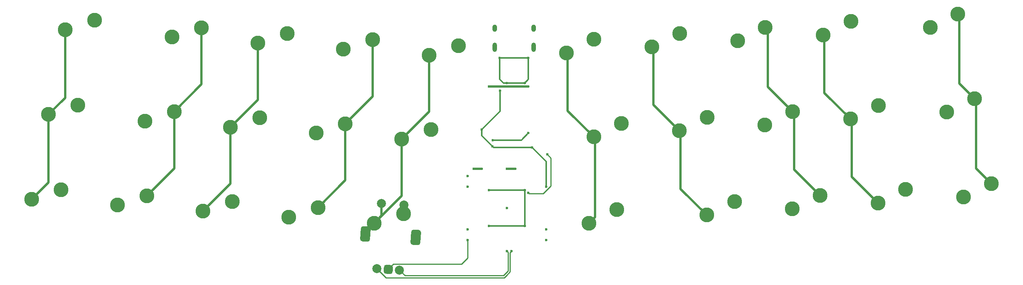
<source format=gbr>
%TF.GenerationSoftware,KiCad,Pcbnew,8.0.3*%
%TF.CreationDate,2024-09-04T22:14:08+02:00*%
%TF.ProjectId,peanut,7065616e-7574-42e6-9b69-6361645f7063,rev?*%
%TF.SameCoordinates,Original*%
%TF.FileFunction,Copper,L1,Top*%
%TF.FilePolarity,Positive*%
%FSLAX46Y46*%
G04 Gerber Fmt 4.6, Leading zero omitted, Abs format (unit mm)*
G04 Created by KiCad (PCBNEW 8.0.3) date 2024-09-04 22:14:08*
%MOMM*%
%LPD*%
G01*
G04 APERTURE LIST*
G04 Aperture macros list*
%AMRoundRect*
0 Rectangle with rounded corners*
0 $1 Rounding radius*
0 $2 $3 $4 $5 $6 $7 $8 $9 X,Y pos of 4 corners*
0 Add a 4 corners polygon primitive as box body*
4,1,4,$2,$3,$4,$5,$6,$7,$8,$9,$2,$3,0*
0 Add four circle primitives for the rounded corners*
1,1,$1+$1,$2,$3*
1,1,$1+$1,$4,$5*
1,1,$1+$1,$6,$7*
1,1,$1+$1,$8,$9*
0 Add four rect primitives between the rounded corners*
20,1,$1+$1,$2,$3,$4,$5,0*
20,1,$1+$1,$4,$5,$6,$7,0*
20,1,$1+$1,$6,$7,$8,$9,0*
20,1,$1+$1,$8,$9,$2,$3,0*%
G04 Aperture macros list end*
%TA.AperFunction,ComponentPad*%
%ADD10C,2.000000*%
%TD*%
%TA.AperFunction,ComponentPad*%
%ADD11RoundRect,0.500000X0.463904X-0.533660X0.533660X0.463904X-0.463904X0.533660X-0.533660X-0.463904X0*%
%TD*%
%TA.AperFunction,ComponentPad*%
%ADD12RoundRect,0.550000X0.468440X-1.185565X0.628880X1.108833X-0.468440X1.185565X-0.628880X-1.108833X0*%
%TD*%
%TA.AperFunction,ComponentPad*%
%ADD13C,3.300000*%
%TD*%
%TA.AperFunction,ComponentPad*%
%ADD14O,1.000000X1.600000*%
%TD*%
%TA.AperFunction,ComponentPad*%
%ADD15O,1.000000X2.100000*%
%TD*%
%TA.AperFunction,ViaPad*%
%ADD16C,0.600000*%
%TD*%
%TA.AperFunction,Conductor*%
%ADD17C,0.500000*%
%TD*%
%TA.AperFunction,Conductor*%
%ADD18C,0.250000*%
%TD*%
%TA.AperFunction,Conductor*%
%ADD19C,0.350000*%
%TD*%
G04 APERTURE END LIST*
D10*
%TO.P,SW1,A,A*%
%TO.N,ROT_a*%
X125141422Y-98389663D03*
%TO.P,SW1,B,B*%
%TO.N,ROT_b*%
X130129243Y-98738444D03*
D11*
%TO.P,SW1,C,C*%
%TO.N,GND*%
X127635333Y-98564053D03*
D12*
%TO.P,SW1,MP*%
%TO.N,N/C*%
X122572147Y-90691686D03*
X133744865Y-91472960D03*
D10*
%TO.P,SW1,S1,S1*%
%TO.N,s1*%
X131140712Y-84273765D03*
%TO.P,SW1,S2,S2*%
%TO.N,COL4*%
X126152892Y-83924984D03*
%TD*%
D13*
%TO.P,MX19,1,1*%
%TO.N,COL8*%
X230261568Y-65127061D03*
%TO.P,MX19,2,2*%
%TO.N,Net-(D13-A1)*%
X236418915Y-62150295D03*
%TD*%
%TO.P,MX14,1,1*%
%TO.N,Net-(D4-A2)*%
X111611133Y-68282496D03*
%TO.P,MX14,2,2*%
%TO.N,COL3*%
X118122847Y-66191638D03*
%TD*%
%TO.P,MX29,1,1*%
%TO.N,COL8*%
X236341432Y-83798443D03*
%TO.P,MX29,2,2*%
%TO.N,Net-(D12-A1)*%
X242498779Y-80821677D03*
%TD*%
%TO.P,MX11,1,1*%
%TO.N,COL0*%
X52224898Y-64129807D03*
%TO.P,MX11,2,2*%
%TO.N,Net-(D3-A1)*%
X58736612Y-62038948D03*
%TD*%
%TO.P,MX5,1,1*%
%TO.N,COL4*%
X136694487Y-50939977D03*
%TO.P,MX5,2,2*%
%TO.N,Net-(D5-A)*%
X143206201Y-48849119D03*
%TD*%
%TO.P,MX1,1,1*%
%TO.N,COL0*%
X55929208Y-45292319D03*
%TO.P,MX1,2,2*%
%TO.N,Net-(D1-A1)*%
X62440922Y-43201460D03*
%TD*%
%TO.P,MX23,1,1*%
%TO.N,COL2*%
X86527778Y-85625015D03*
%TO.P,MX23,2,2*%
%TO.N,Net-(D8-A1)*%
X93039492Y-83534157D03*
%TD*%
%TO.P,MX17,1,1*%
%TO.N,COL6*%
X192254450Y-67784801D03*
%TO.P,MX17,2,2*%
%TO.N,Net-(D10-A1)*%
X198411797Y-64808035D03*
%TD*%
D14*
%TO.P,J1,S1,SHIELD*%
%TO.N,GND*%
X151255000Y-44987500D03*
D15*
X151255000Y-49167500D03*
D14*
X159895000Y-44987500D03*
D15*
X159895000Y-49167500D03*
%TD*%
D13*
%TO.P,MX27,1,1*%
%TO.N,COL6*%
X198334184Y-86456183D03*
%TO.P,MX27,2,2*%
%TO.N,Net-(D11-A1)*%
X204491531Y-83479417D03*
%TD*%
%TO.P,MX20,1,1*%
%TO.N,Net-(D13-A2)*%
X251640711Y-63632167D03*
%TO.P,MX20,2,2*%
%TO.N,COL9*%
X257798058Y-60655401D03*
%TD*%
%TO.P,MX15,1,1*%
%TO.N,COL4*%
X130614728Y-69611357D03*
%TO.P,MX15,2,2*%
%TO.N,Net-(D15-A)*%
X137126442Y-67520499D03*
%TD*%
%TO.P,MX12,1,1*%
%TO.N,Net-(D3-A2)*%
X73603942Y-65624774D03*
%TO.P,MX12,2,2*%
%TO.N,COL1*%
X80115656Y-63533916D03*
%TD*%
%TO.P,MX16,1,1*%
%TO.N,COL5*%
X173250749Y-69113672D03*
%TO.P,MX16,2,2*%
%TO.N,Net-(D16-A)*%
X179408096Y-66136906D03*
%TD*%
%TO.P,MX7,1,1*%
%TO.N,COL6*%
X186174608Y-49113422D03*
%TO.P,MX7,2,2*%
%TO.N,Net-(D9-A1)*%
X192331955Y-46136656D03*
%TD*%
%TO.P,MX3,1,1*%
%TO.N,COL2*%
X98687297Y-48282255D03*
%TO.P,MX3,2,2*%
%TO.N,Net-(D2-A1)*%
X105199011Y-46191397D03*
%TD*%
%TO.P,MX8,1,1*%
%TO.N,Net-(D9-A2)*%
X205178285Y-47784552D03*
%TO.P,MX8,2,2*%
%TO.N,COL7*%
X211335632Y-44807786D03*
%TD*%
%TO.P,MX26,1,1*%
%TO.N,COL5*%
X172204210Y-88283396D03*
%TO.P,MX26,2,2*%
%TO.N,Net-(D26-A)*%
X178361557Y-85306630D03*
%TD*%
%TO.P,MX21,1,1*%
%TO.N,COL0*%
X48520588Y-82967293D03*
%TO.P,MX21,2,2*%
%TO.N,Net-(D7-A1)*%
X55032302Y-80876435D03*
%TD*%
%TO.P,MX28,1,1*%
%TO.N,Net-(D11-A2)*%
X217337747Y-85127314D03*
%TO.P,MX28,2,2*%
%TO.N,COL7*%
X223495094Y-82150548D03*
%TD*%
%TO.P,MX18,1,1*%
%TO.N,Net-(D10-A2)*%
X211258013Y-66455934D03*
%TO.P,MX18,2,2*%
%TO.N,COL7*%
X217415360Y-63479168D03*
%TD*%
%TO.P,MX30,1,1*%
%TO.N,Net-(D12-A2)*%
X255345003Y-82469576D03*
%TO.P,MX30,2,2*%
%TO.N,COL9*%
X261502350Y-79492810D03*
%TD*%
%TO.P,MX4,1,1*%
%TO.N,Net-(D2-A2)*%
X117690892Y-49611116D03*
%TO.P,MX4,2,2*%
%TO.N,COL3*%
X124202606Y-47520258D03*
%TD*%
%TO.P,MX6,1,1*%
%TO.N,COL5*%
X167171030Y-50442292D03*
%TO.P,MX6,2,2*%
%TO.N,Net-(D6-A)*%
X173328377Y-47465526D03*
%TD*%
%TO.P,MX25,1,1*%
%TO.N,COL4*%
X124534968Y-88282737D03*
%TO.P,MX25,2,2*%
%TO.N,s1*%
X131046682Y-86191879D03*
%TD*%
%TO.P,MX2,1,1*%
%TO.N,Net-(D1-A2)*%
X79683702Y-46953394D03*
%TO.P,MX2,2,2*%
%TO.N,COL1*%
X86195416Y-44862536D03*
%TD*%
%TO.P,MX10,1,1*%
%TO.N,Net-(D14-A2)*%
X247936418Y-44794627D03*
%TO.P,MX10,2,2*%
%TO.N,COL9*%
X254093765Y-41817861D03*
%TD*%
%TO.P,MX22,1,1*%
%TO.N,Net-(D7-A2)*%
X67524183Y-84296154D03*
%TO.P,MX22,2,2*%
%TO.N,COL1*%
X74035897Y-82205296D03*
%TD*%
%TO.P,MX24,1,1*%
%TO.N,Net-(D8-A2)*%
X105531373Y-86953876D03*
%TO.P,MX24,2,2*%
%TO.N,COL3*%
X112043087Y-84863018D03*
%TD*%
%TO.P,MX9,1,1*%
%TO.N,COL8*%
X224181856Y-46455683D03*
%TO.P,MX9,2,2*%
%TO.N,Net-(D14-A1)*%
X230339203Y-43478917D03*
%TD*%
%TO.P,MX13,1,1*%
%TO.N,COL2*%
X92607537Y-66953635D03*
%TO.P,MX13,2,2*%
%TO.N,Net-(D4-A1)*%
X99119251Y-64862777D03*
%TD*%
D16*
%TO.N,ROW0*%
X158750000Y-57943750D03*
X150018750Y-57943750D03*
%TO.N,ROW1*%
X148431250Y-76200000D03*
X155862500Y-76200000D03*
X146643750Y-76205755D03*
X153987500Y-76205755D03*
%TO.N,ROT_a*%
X155018169Y-94500000D03*
%TO.N,ROT_b*%
X153987500Y-94500000D03*
%TO.N,GND*%
X150760469Y-71203708D03*
X145256250Y-77787500D03*
X152357169Y-51550919D03*
X145256250Y-89693750D03*
X145256250Y-92075000D03*
X153987500Y-84931250D03*
X162718750Y-80168750D03*
X157956250Y-57150000D03*
X162718750Y-92075000D03*
X162718750Y-89693750D03*
X153987500Y-57150000D03*
X159543750Y-71437500D03*
X145256250Y-80168750D03*
X152469068Y-58823836D03*
X158750000Y-51593750D03*
X148431250Y-67468750D03*
%TO.N,+3.3V*%
X157956250Y-80962500D03*
X150812500Y-69850000D03*
X158750000Y-68262500D03*
X150018750Y-88900000D03*
X157956250Y-88900000D03*
X150018750Y-80962500D03*
%TO.N,BOOT0*%
X158750000Y-81531250D03*
X162918650Y-73035805D03*
%TD*%
D17*
%TO.N,ROW0*%
X150018750Y-57943750D02*
X158750000Y-57943750D01*
%TO.N,ROW1*%
X153987500Y-76205755D02*
X155856745Y-76205755D01*
X148431250Y-76200000D02*
X146649505Y-76200000D01*
X155856745Y-76205755D02*
X155862500Y-76200000D01*
X146649505Y-76200000D02*
X146643750Y-76205755D01*
%TO.N,COL0*%
X52224898Y-79262983D02*
X48520588Y-82967293D01*
X55929208Y-60425497D02*
X52224898Y-64129807D01*
X55929208Y-45292319D02*
X55929208Y-60425497D01*
X52224898Y-64129807D02*
X52224898Y-79262983D01*
%TO.N,COL1*%
X86195416Y-44862536D02*
X86195416Y-57454156D01*
X80115656Y-63533916D02*
X80115656Y-76125537D01*
X80115656Y-76125537D02*
X74035897Y-82205296D01*
X86195416Y-57454156D02*
X80115656Y-63533916D01*
%TO.N,COL2*%
X92607537Y-66953635D02*
X92607537Y-79545256D01*
X98687297Y-60873875D02*
X92607537Y-66953635D01*
X98687297Y-48282255D02*
X98687297Y-60873875D01*
X92607537Y-79545256D02*
X86527778Y-85625015D01*
%TO.N,COL3*%
X118122847Y-78783258D02*
X112043087Y-84863018D01*
X118122847Y-66191638D02*
X118122847Y-78783258D01*
X124202606Y-60111879D02*
X118122847Y-66191638D01*
X124202606Y-47520258D02*
X124202606Y-60111879D01*
%TO.N,COL4*%
X130614728Y-72231250D02*
X130614728Y-82202977D01*
X130614728Y-72231250D02*
X130614728Y-79463148D01*
X136694487Y-50939977D02*
X136694487Y-63531598D01*
X126152892Y-83924984D02*
X126152892Y-86664813D01*
X126152892Y-86664813D02*
X124534968Y-88282737D01*
X130614728Y-69611357D02*
X130614728Y-72231250D01*
X136694487Y-63531598D02*
X130614728Y-69611357D01*
X130614728Y-82202977D02*
X124534968Y-88282737D01*
%TO.N,COL5*%
X173250748Y-69113672D02*
X173536021Y-69398945D01*
X167171029Y-50442292D02*
X167456302Y-50727565D01*
X167456302Y-63319226D02*
X173250748Y-69113672D01*
X167456302Y-50727565D02*
X167456302Y-63319226D01*
X173536021Y-69398945D02*
X173536021Y-86951583D01*
X173536021Y-86951583D02*
X172204208Y-88283396D01*
%TO.N,COL6*%
X192254449Y-67784801D02*
X192539722Y-68070074D01*
X192539722Y-80661722D02*
X198334183Y-86456183D01*
X186174607Y-49113422D02*
X186459880Y-49398695D01*
X192539722Y-68070074D02*
X192539722Y-80661722D01*
X186459880Y-61990232D02*
X192254449Y-67784801D01*
X186459880Y-49398695D02*
X186459880Y-61990232D01*
%TO.N,COL7*%
X217729810Y-76385264D02*
X223495094Y-82150548D01*
X217415360Y-63479168D02*
X211931250Y-57995058D01*
X217729810Y-63793618D02*
X217729810Y-76385264D01*
X211931250Y-45403404D02*
X211335632Y-44807786D01*
X217415360Y-63479168D02*
X217729810Y-63793618D01*
X211931250Y-57995058D02*
X211931250Y-45403404D01*
%TO.N,COL8*%
X230261567Y-65127061D02*
X224467128Y-59332622D01*
X224467128Y-59332622D02*
X224467128Y-46740956D01*
X224467128Y-46740956D02*
X224181855Y-46455683D01*
X236341431Y-83798443D02*
X230546840Y-78003852D01*
X230546840Y-78003852D02*
X230546840Y-65412334D01*
X230546840Y-65412334D02*
X230261567Y-65127061D01*
%TO.N,COL9*%
X258112508Y-60969851D02*
X257798058Y-60655401D01*
X254408215Y-57265558D02*
X254408215Y-42132311D01*
X257798058Y-60655401D02*
X254408215Y-57265558D01*
X254408215Y-42132311D02*
X254093765Y-41817861D01*
X258112508Y-76102968D02*
X258112508Y-60969851D01*
X261502350Y-79492810D02*
X258112508Y-76102968D01*
D18*
%TO.N,ROT_a*%
X154687075Y-94831094D02*
X155018169Y-94500000D01*
X153380146Y-100400185D02*
X153877665Y-99902665D01*
X153877665Y-99902665D02*
X154687075Y-99093255D01*
X154687075Y-99093255D02*
X154687075Y-94831094D01*
X127151944Y-100400185D02*
X153380146Y-100400185D01*
X125141422Y-98389663D02*
X127151944Y-100400185D01*
%TO.N,ROT_b*%
X154237075Y-94749575D02*
X153987500Y-94500000D01*
X153193750Y-99950185D02*
X131340984Y-99950185D01*
X154237075Y-98906859D02*
X154237075Y-94749575D01*
X131340984Y-99950185D02*
X130129243Y-98738444D01*
X153987500Y-99156435D02*
X153956342Y-99187592D01*
X153956342Y-99187592D02*
X154237075Y-98906859D01*
X153956342Y-99187592D02*
X153193750Y-99950185D01*
D19*
%TO.N,GND*%
X158750000Y-51593750D02*
X158750000Y-56356250D01*
D18*
X145256250Y-96043750D02*
X145256250Y-92075000D01*
D19*
X162718750Y-74612500D02*
X162718750Y-80168750D01*
D18*
X127635333Y-98564053D02*
X128785942Y-97413444D01*
D19*
X150994261Y-71437500D02*
X150760469Y-71203708D01*
X152357169Y-51550919D02*
X152400000Y-51593750D01*
X152469068Y-58823836D02*
X152469068Y-63430932D01*
X159543750Y-71437500D02*
X162718750Y-74612500D01*
D18*
X143886556Y-97413444D02*
X145256250Y-96043750D01*
D19*
X148431250Y-68874489D02*
X150760469Y-71203708D01*
X152357169Y-56313419D02*
X153193750Y-57150000D01*
X148431250Y-67468750D02*
X148431250Y-68874489D01*
X159543750Y-71437500D02*
X150994261Y-71437500D01*
X152357169Y-51550919D02*
X152357169Y-56313419D01*
X158750000Y-56356250D02*
X157956250Y-57150000D01*
D18*
X128785942Y-97413444D02*
X143886556Y-97413444D01*
D19*
X152400000Y-51593750D02*
X158750000Y-51593750D01*
X155575000Y-57150000D02*
X157956250Y-57150000D01*
X153193750Y-57150000D02*
X155575000Y-57150000D01*
X152469068Y-63430932D02*
X148431250Y-67468750D01*
%TO.N,+3.3V*%
X157956250Y-80962500D02*
X157956250Y-88900000D01*
X150018750Y-80962500D02*
X157956250Y-80962500D01*
X150812500Y-69850000D02*
X157162500Y-69850000D01*
X150018750Y-88900000D02*
X157956250Y-88900000D01*
X157162500Y-69850000D02*
X158750000Y-68262500D01*
D18*
%TO.N,BOOT0*%
X163712400Y-73829555D02*
X162918650Y-73035805D01*
X162054621Y-81716763D02*
X163712400Y-80058984D01*
X158750000Y-81531250D02*
X158935513Y-81716763D01*
X163712400Y-80058984D02*
X163712400Y-73829555D01*
X158935513Y-81716763D02*
X162054621Y-81716763D01*
%TD*%
M02*

</source>
